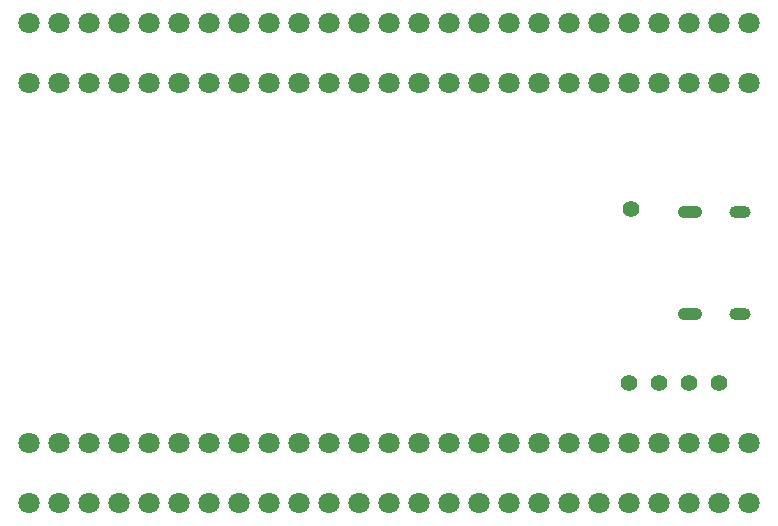
<source format=gbr>
%TF.GenerationSoftware,Altium Limited,Altium Designer,19.0.15 (446)*%
G04 Layer_Color=255*
%FSLAX45Y45*%
%MOMM*%
%TF.FileFunction,Pads,Bot*%
%TF.Part,Single*%
G01*
G75*
%TA.AperFunction,ComponentPad*%
%ADD39C,1.80000*%
G04:AMPARAMS|DCode=40|XSize=1mm|YSize=1.8mm|CornerRadius=0.5mm|HoleSize=0mm|Usage=FLASHONLY|Rotation=90.000|XOffset=0mm|YOffset=0mm|HoleType=Round|Shape=RoundedRectangle|*
%AMROUNDEDRECTD40*
21,1,1.00000,0.80000,0,0,90.0*
21,1,0.00000,1.80000,0,0,90.0*
1,1,1.00000,0.40000,0.00000*
1,1,1.00000,0.40000,0.00000*
1,1,1.00000,-0.40000,0.00000*
1,1,1.00000,-0.40000,0.00000*
%
%ADD40ROUNDEDRECTD40*%
G04:AMPARAMS|DCode=41|XSize=1mm|YSize=2.1mm|CornerRadius=0.5mm|HoleSize=0mm|Usage=FLASHONLY|Rotation=90.000|XOffset=0mm|YOffset=0mm|HoleType=Round|Shape=RoundedRectangle|*
%AMROUNDEDRECTD41*
21,1,1.00000,1.10000,0,0,90.0*
21,1,0.00000,2.10000,0,0,90.0*
1,1,1.00000,0.55000,0.00000*
1,1,1.00000,0.55000,0.00000*
1,1,1.00000,-0.55000,0.00000*
1,1,1.00000,-0.55000,0.00000*
%
%ADD41ROUNDEDRECTD41*%
%TA.AperFunction,SMDPad,CuDef*%
%ADD43C,1.40000*%
D39*
X7112000Y8636000D02*
D03*
X6604000D02*
D03*
X6858000D02*
D03*
X6350000D02*
D03*
X7366000D02*
D03*
X7874000D02*
D03*
X7620000D02*
D03*
X9652000D02*
D03*
X9398000D02*
D03*
X9906000D02*
D03*
X10160000D02*
D03*
X9144000D02*
D03*
X8890000D02*
D03*
X8382000D02*
D03*
X8636000D02*
D03*
X8128000D02*
D03*
X10414000D02*
D03*
X10922000D02*
D03*
X10668000D02*
D03*
X11176000D02*
D03*
X11430000D02*
D03*
X12446000D02*
D03*
X12192000D02*
D03*
X11684000D02*
D03*
X11938000D02*
D03*
X7112000Y5080000D02*
D03*
X6604000D02*
D03*
X6858000D02*
D03*
X6350000D02*
D03*
X7366000D02*
D03*
X7874000D02*
D03*
X7620000D02*
D03*
X9652000D02*
D03*
X9398000D02*
D03*
X9906000D02*
D03*
X10160000D02*
D03*
X9144000D02*
D03*
X8890000D02*
D03*
X8382000D02*
D03*
X8636000D02*
D03*
X8128000D02*
D03*
X10414000D02*
D03*
X10922000D02*
D03*
X10668000D02*
D03*
X11176000D02*
D03*
X11430000D02*
D03*
X12446000D02*
D03*
X12192000D02*
D03*
X11684000D02*
D03*
X11938000D02*
D03*
X7112000Y9144000D02*
D03*
X6604000D02*
D03*
X6858000D02*
D03*
X6350000D02*
D03*
X7366000D02*
D03*
X7874000D02*
D03*
X7620000D02*
D03*
X9652000D02*
D03*
X9398000D02*
D03*
X9906000D02*
D03*
X10160000D02*
D03*
X9144000D02*
D03*
X8890000D02*
D03*
X8382000D02*
D03*
X8636000D02*
D03*
X8128000D02*
D03*
X10414000D02*
D03*
X10922000D02*
D03*
X10668000D02*
D03*
X11176000D02*
D03*
X11430000D02*
D03*
X12446000D02*
D03*
X12192000D02*
D03*
X11684000D02*
D03*
X11938000D02*
D03*
X7112000Y5588000D02*
D03*
X6604000D02*
D03*
X6858000D02*
D03*
X6350000D02*
D03*
X7366000D02*
D03*
X7874000D02*
D03*
X7620000D02*
D03*
X9652000D02*
D03*
X9398000D02*
D03*
X9906000D02*
D03*
X10160000D02*
D03*
X9144000D02*
D03*
X8890000D02*
D03*
X8382000D02*
D03*
X8636000D02*
D03*
X8128000D02*
D03*
X10414000D02*
D03*
X10922000D02*
D03*
X10668000D02*
D03*
X11176000D02*
D03*
X11430000D02*
D03*
X12446000D02*
D03*
X12192000D02*
D03*
X11684000D02*
D03*
X11938000D02*
D03*
D40*
X12366250Y7544000D02*
D03*
Y6680000D02*
D03*
D41*
X11948250Y7544000D02*
D03*
Y6680000D02*
D03*
D43*
X12192000Y6096000D02*
D03*
X11938000D02*
D03*
X11684000D02*
D03*
X11430000D02*
D03*
X11443656Y7565790D02*
D03*
%TF.MD5,3db7a53fc3608b9c80a5db8d3905fd2f*%
M02*

</source>
